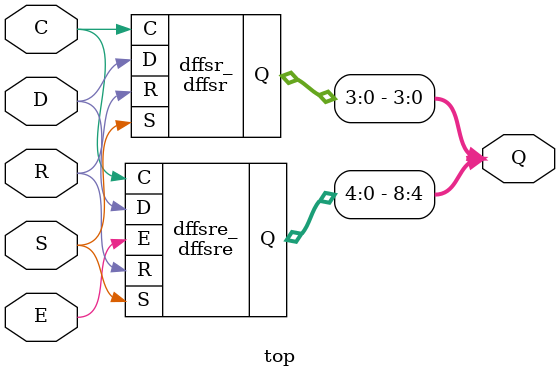
<source format=v>
module dffsr(input C, R, S, D, output [3:0] Q);
\$_DFFSR_PPP_ ff0 (.C(C), .R(R), .S(S), .D(D), .Q(Q[0]));
\$_DFFSR_PPN_ ff1 (.C(C), .R(R), .S(S), .D(D), .Q(Q[1]));
\$_DFFSR_PNP_ ff2 (.C(C), .R(R), .S(S), .D(D), .Q(Q[2]));
\$_DFFSR_NPP_ ff3 (.C(C), .R(R), .S(S), .D(D), .Q(Q[3]));
endmodule

module dffsre(input C, R, S, E, D, output [4:0] Q);
\$_DFFSRE_PPPP_ ff0 (.C(C), .R(R), .S(S), .E(E), .D(D), .Q(Q[0]));
\$_DFFSRE_PPPN_ ff1 (.C(C), .R(R), .S(S), .E(E), .D(D), .Q(Q[1]));
\$_DFFSRE_PPNP_ ff2 (.C(C), .R(R), .S(S), .E(E), .D(D), .Q(Q[2]));
\$_DFFSRE_PNPP_ ff3 (.C(C), .R(R), .S(S), .E(E), .D(D), .Q(Q[3]));
\$_DFFSRE_NPPP_ ff4 (.C(C), .R(R), .S(S), .E(E), .D(D), .Q(Q[4]));
endmodule

module top(input C, E, R, S, D, output [8:0] Q);
dffsr dffsr_(.C(C), .R(R), .S(S), .D(D), .Q(Q[3:0]));
dffsre dffsre_(.C(C), .R(R), .S(S), .E(E), .D(D), .Q(Q[8:4]));
endmodule

</source>
